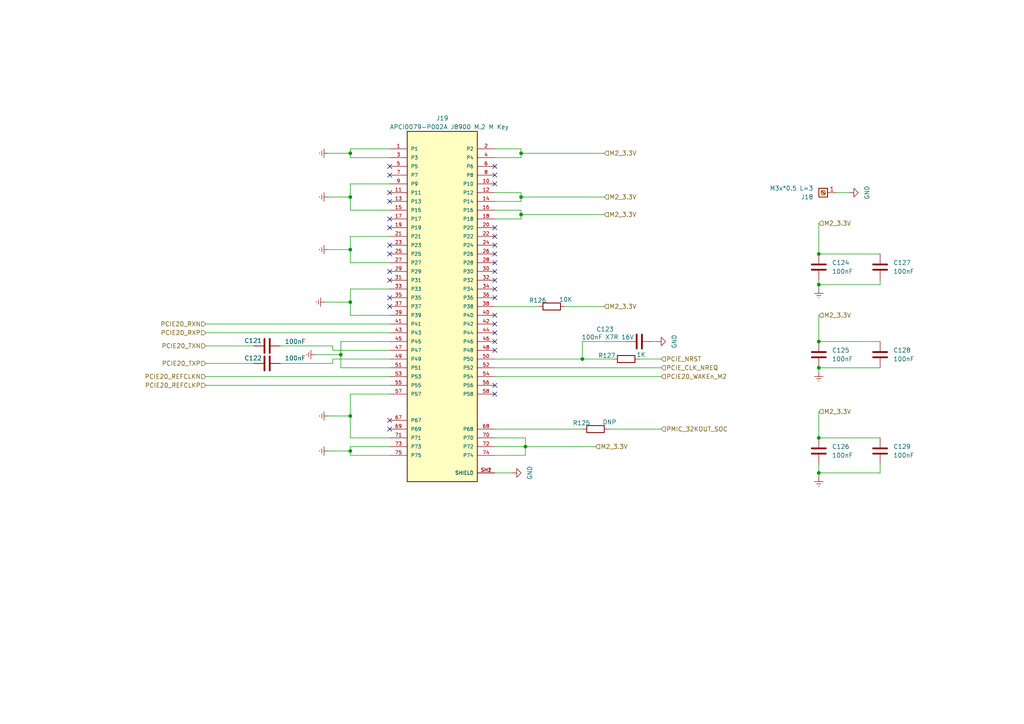
<source format=kicad_sch>
(kicad_sch (version 20231120) (generator "eeschema") (generator_version "8.0")
  (paper "A4")
  (lib_symbols
    (symbol "Device:C" (pin_numbers hide) (pin_names (offset 0.254))
      (property "Reference" "C" (at 0.635 2.54 0))
      (property "Value" "C" (at 0.635 -2.54 0))
      (symbol "C_0_1"
        (polyline (pts (xy -2.032 -0.762) (xy 2.032 -0.762)) (stroke (width 0.508)))
        (polyline (pts (xy -2.032 0.762) (xy 2.032 0.762)) (stroke (width 0.508)))
      )
      (symbol "C_1_1"
        (pin passive line (at 0 3.81 270) (length 2.794) (name "~") (number "1"))
        (pin passive line (at 0 -3.81 90) (length 2.794) (name "~") (number "2"))
      )
    )
    (symbol "Device:R" (pin_numbers hide) (pin_names (offset 0))
      (property "Reference" "R" (at 2.032 0 90))
      (property "Value" "R" (at 0 0 90))
      (symbol "R_0_1"
        (rectangle (start -1.016 -2.54) (end 1.016 2.54) (stroke (width 0.254)))
      )
      (symbol "R_1_1"
        (pin passive line (at 0 3.81 270) (length 1.27) (name "~") (number "1"))
        (pin passive line (at 0 -3.81 90) (length 1.27) (name "~") (number "2"))
      )
    )
    (symbol "M.2TE:1-2199119-5" (pin_names (offset 1.016))
      (property "Reference" "J" (at -10.1938 51.7746 0))
      (property "Value" "1-2199119-5" (at -10.1934 -53.5506 0))
      (symbol "1-2199119-5_0_0"
        (rectangle (start -10.16 -50.8) (end 10.16 50.8) (stroke (width 0.254)) (fill (type background)))
        (pin passive line (at -15.24 45.72 0) (length 5.08) (name "P1") (number "1"))
        (pin passive line (at 15.24 35.56 180) (length 5.08) (name "P10") (number "10"))
        (pin passive line (at -15.24 33.02 0) (length 5.08) (name "P11") (number "11"))
        (pin passive line (at 15.24 33.02 180) (length 5.08) (name "P12") (number "12"))
        (pin passive line (at -15.24 30.48 0) (length 5.08) (name "P13") (number "13"))
        (pin passive line (at 15.24 30.48 180) (length 5.08) (name "P14") (number "14"))
        (pin passive line (at -15.24 27.94 0) (length 5.08) (name "P15") (number "15"))
        (pin passive line (at 15.24 27.94 180) (length 5.08) (name "P16") (number "16"))
        (pin passive line (at -15.24 25.4 0) (length 5.08) (name "P17") (number "17"))
        (pin passive line (at 15.24 25.4 180) (length 5.08) (name "P18") (number "18"))
        (pin passive line (at -15.24 22.86 0) (length 5.08) (name "P19") (number "19"))
        (pin passive line (at 15.24 45.72 180) (length 5.08) (name "P2") (number "2"))
        (pin passive line (at 15.24 22.86 180) (length 5.08) (name "P20") (number "20"))
        (pin passive line (at -15.24 20.32 0) (length 5.08) (name "P21") (number "21"))
        (pin passive line (at 15.24 20.32 180) (length 5.08) (name "P22") (number "22"))
        (pin passive line (at -15.24 17.78 0) (length 5.08) (name "P23") (number "23"))
        (pin passive line (at 15.24 17.78 180) (length 5.08) (name "P24") (number "24"))
        (pin passive line (at -15.24 15.24 0) (length 5.08) (name "P25") (number "25"))
        (pin passive line (at 15.24 15.24 180) (length 5.08) (name "P26") (number "26"))
        (pin passive line (at -15.24 12.7 0) (length 5.08) (name "P27") (number "27"))
        (pin passive line (at 15.24 12.7 180) (length 5.08) (name "P28") (number "28"))
        (pin passive line (at -15.24 10.16 0) (length 5.08) (name "P29") (number "29"))
        (pin passive line (at -15.24 43.18 0) (length 5.08) (name "P3") (number "3"))
        (pin passive line (at 15.24 10.16 180) (length 5.08) (name "P30") (number "30"))
        (pin passive line (at -15.24 7.62 0) (length 5.08) (name "P31") (number "31"))
        (pin passive line (at 15.24 7.62 180) (length 5.08) (name "P32") (number "32"))
        (pin passive line (at -15.24 5.08 0) (length 5.08) (name "P33") (number "33"))
        (pin passive line (at 15.24 5.08 180) (length 5.08) (name "P34") (number "34"))
        (pin passive line (at -15.24 2.54 0) (length 5.08) (name "P35") (number "35"))
        (pin passive line (at 15.24 2.54 180) (length 5.08) (name "P36") (number "36"))
        (pin passive line (at -15.24 0 0) (length 5.08) (name "P37") (number "37"))
        (pin passive line (at 15.24 0 180) (length 5.08) (name "P38") (number "38"))
        (pin passive line (at -15.24 -2.54 0) (length 5.08) (name "P39") (number "39"))
        (pin passive line (at 15.24 43.18 180) (length 5.08) (name "P4") (number "4"))
        (pin passive line (at 15.24 -2.54 180) (length 5.08) (name "P40") (number "40"))
        (pin passive line (at -15.24 -5.08 0) (length 5.08) (name "P41") (number "41"))
        (pin passive line (at 15.24 -5.08 180) (length 5.08) (name "P42") (number "42"))
        (pin passive line (at -15.24 -7.62 0) (length 5.08) (name "P43") (number "43"))
        (pin passive line (at 15.24 -7.62 180) (length 5.08) (name "P44") (number "44"))
        (pin passive line (at -15.24 -10.16 0) (length 5.08) (name "P45") (number "45"))
        (pin passive line (at 15.24 -10.16 180) (length 5.08) (name "P46") (number "46"))
        (pin passive line (at -15.24 -12.7 0) (length 5.08) (name "P47") (number "47"))
        (pin passive line (at 15.24 -12.7 180) (length 5.08) (name "P48") (number "48"))
        (pin passive line (at -15.24 -15.24 0) (length 5.08) (name "P49") (number "49"))
        (pin passive line (at -15.24 40.64 0) (length 5.08) (name "P5") (number "5"))
        (pin passive line (at 15.24 -15.24 180) (length 5.08) (name "P50") (number "50"))
        (pin passive line (at -15.24 -17.78 0) (length 5.08) (name "P51") (number "51"))
        (pin passive line (at 15.24 -17.78 180) (length 5.08) (name "P52") (number "52"))
        (pin passive line (at -15.24 -20.32 0) (length 5.08) (name "P53") (number "53"))
        (pin passive line (at 15.24 -20.32 180) (length 5.08) (name "P54") (number "54"))
        (pin passive line (at -15.24 -22.86 0) (length 5.08) (name "P55") (number "55"))
        (pin passive line (at 15.24 -22.86 180) (length 5.08) (name "P56") (number "56"))
        (pin passive line (at -15.24 -25.4 0) (length 5.08) (name "P57") (number "57"))
        (pin passive line (at 15.24 -25.4 180) (length 5.08) (name "P58") (number "58"))
        (pin passive line (at 15.24 40.64 180) (length 5.08) (name "P6") (number "6"))
        (pin passive line (at -15.24 -33.02 0) (length 5.08) (name "P67") (number "67"))
        (pin passive line (at 15.24 -35.56 180) (length 5.08) (name "P68") (number "68"))
        (pin passive line (at -15.24 -35.56 0) (length 5.08) (name "P69") (number "69"))
        (pin passive line (at -15.24 38.1 0) (length 5.08) (name "P7") (number "7"))
        (pin passive line (at 15.24 -38.1 180) (length 5.08) (name "P70") (number "70"))
        (pin passive line (at -15.24 -38.1 0) (length 5.08) (name "P71") (number "71"))
        (pin passive line (at 15.24 -40.64 180) (length 5.08) (name "P72") (number "72"))
        (pin passive line (at -15.24 -40.64 0) (length 5.08) (name "P73") (number "73"))
        (pin passive line (at 15.24 -43.18 180) (length 5.08) (name "P74") (number "74"))
        (pin passive line (at -15.24 -43.18 0) (length 5.08) (name "P75") (number "75"))
        (pin passive line (at 15.24 38.1 180) (length 5.08) (name "P8") (number "8"))
        (pin passive line (at -15.24 35.56 0) (length 5.08) (name "P9") (number "9"))
        (pin passive line (at 15.24 -48.26 180) (length 5.08) (name "SHIELD") (number "SH1"))
        (pin passive line (at 15.24 -48.26 180) (length 5.08) (name "SHIELD") (number "SH2"))
      )
    )
    (symbol "Screw_Terminal_01x01_1" (pin_names (offset 1.016) hide)
      (property "Reference" "J35" (at 2.8515 1.2701 0))
      (property "Value" "M3x*0.5 L=3" (at 2.8515 -1.2699 0))
      (symbol "Screw_Terminal_01x01_1_1_1"
        (rectangle (start -1.27 1.27) (end 1.27 -1.27) (stroke (width 0.254)) (fill (type background)))
        (polyline (pts (xy -0.5334 0.3302) (xy 0.3302 -0.508)) (stroke (width 0.1524)))
        (polyline (pts (xy -0.3556 0.508) (xy 0.508 -0.3302)) (stroke (width 0.1524)))
        (circle (center 0 0) (radius 0.635) (stroke (width 0.1524)))
        (pin input line (at -3.81 0 0) (length 2.54) (name "1") (number "1"))
      )
    )
    (symbol "power:Earth" (power) (pin_names (offset 0))
      (symbol "Earth_0_1"
        (polyline (pts (xy -0.635 -1.905) (xy 0.635 -1.905)))
        (polyline (pts (xy -0.127 -2.54) (xy 0.127 -2.54)))
        (polyline (pts (xy 0 -1.27) (xy 0 0)))
        (polyline (pts (xy 1.27 -1.27) (xy -1.27 -1.27)))
      )
      (symbol "Earth_1_1"
        (pin power_in line (at 0 0 270) (length 0) hide (name "Earth") (number "1"))
      )
    )
    (symbol "power:GND" (power) (pin_names (offset 0))
      (property "Value" "GND" (at 0 -3.81 0))
      (symbol "GND_0_1"
        (polyline (pts (xy 0 0) (xy 0 -1.27) (xy 1.27 -1.27) (xy 0 -2.54) (xy -1.27 -1.27) (xy 0 -1.27)))
      )
      (symbol "GND_1_1"
        (pin power_in line (at 0 0 270) (length 0) hide (name "GND") (number "1"))
      )
    )
  )
  (junction (at 237.49 106.68))
  (junction (at 151.13 57.15))
  (junction (at 101.6 44.45))
  (junction (at 237.49 137.16))
  (junction (at 168.91 104.14))
  (junction (at 101.6 87.63))
  (junction (at 101.6 72.39))
  (junction (at 237.49 82.55))
  (junction (at 237.49 127))
  (junction (at 152.4 129.54))
  (junction (at 151.13 62.23))
  (junction (at 101.6 130.81))
  (junction (at 151.13 44.45))
  (junction (at 101.6 57.15))
  (junction (at 237.49 99.06))
  (junction (at 98.8555 102.87))
  (junction (at 237.49 73.66))
  (junction (at 101.6 120.65))
  (no_connect (at 113.03 121.92))
  (no_connect (at 113.03 124.46))
  (no_connect (at 143.51 114.3))
  (no_connect (at 143.51 111.76))
  (no_connect (at 143.51 101.6))
  (no_connect (at 113.03 48.26))
  (no_connect (at 113.03 50.8))
  (no_connect (at 113.03 55.88))
  (no_connect (at 113.03 58.42))
  (no_connect (at 113.03 63.5))
  (no_connect (at 113.03 66.04))
  (no_connect (at 113.03 71.12))
  (no_connect (at 113.03 73.66))
  (no_connect (at 113.03 88.9))
  (no_connect (at 143.51 96.52))
  (no_connect (at 143.51 93.98))
  (no_connect (at 143.51 91.44))
  (no_connect (at 143.51 76.2))
  (no_connect (at 113.03 78.74))
  (no_connect (at 113.03 81.28))
  (no_connect (at 113.03 86.36))
  (no_connect (at 143.51 99.06))
  (no_connect (at 143.51 86.36))
  (no_connect (at 143.51 83.82))
  (no_connect (at 143.51 81.28))
  (no_connect (at 143.51 78.74))
  (no_connect (at 143.51 73.66))
  (no_connect (at 143.51 71.12))
  (no_connect (at 143.51 68.58))
  (no_connect (at 143.51 66.04))
  (no_connect (at 143.51 53.34))
  (no_connect (at 143.51 50.8))
  (no_connect (at 143.51 48.26))
  (wire (pts (xy 91.44 102.87) (xy 98.8555 102.87)))
  (wire (pts (xy 151.13 44.45) (xy 151.13 45.72)))
  (wire (pts (xy 59.69 111.76) (xy 113.03 111.76)))
  (wire (pts (xy 96.52 101.6) (xy 113.03 101.6)))
  (wire (pts (xy 191.77 124.46) (xy 176.53 124.46)))
  (wire (pts (xy 113.03 68.58) (xy 101.6 68.58)))
  (wire (pts (xy 152.4 129.54) (xy 172.72 129.54)))
  (wire (pts (xy 101.6 132.08) (xy 113.03 132.08)))
  (wire (pts (xy 101.6 43.18) (xy 101.6 44.45)))
  (wire (pts (xy 151.13 57.15) (xy 175.26 57.15)))
  (wire (pts (xy 95.25 57.15) (xy 101.6 57.15)))
  (wire (pts (xy 81.28 100.33) (xy 96.52 100.33)))
  (wire (pts (xy 237.49 138.43) (xy 237.49 137.16)))
  (wire (pts (xy 152.4 132.08) (xy 152.4 129.54)))
  (wire (pts (xy 143.51 63.5) (xy 151.13 63.5)))
  (wire (pts (xy 81.28 105.41) (xy 96.52 105.41)))
  (wire (pts (xy 143.51 88.9) (xy 156.21 88.9)))
  (wire (pts (xy 237.49 73.66) (xy 255.27 73.66)))
  (wire (pts (xy 163.83 88.9) (xy 175.26 88.9)))
  (wire (pts (xy 152.4 127) (xy 152.4 129.54)))
  (wire (pts (xy 101.6 91.44) (xy 113.03 91.44)))
  (wire (pts (xy 59.69 105.41) (xy 73.66 105.41)))
  (wire (pts (xy 101.6 43.18) (xy 113.03 43.18)))
  (wire (pts (xy 143.51 127) (xy 152.4 127)))
  (wire (pts (xy 101.6 120.65) (xy 101.6 127)))
  (wire (pts (xy 152.4 129.54) (xy 143.51 129.54)))
  (wire (pts (xy 143.51 55.88) (xy 151.13 55.88)))
  (wire (pts (xy 101.6 53.34) (xy 101.6 57.15)))
  (wire (pts (xy 143.51 104.14) (xy 168.91 104.14)))
  (wire (pts (xy 59.69 96.52) (xy 113.03 96.52)))
  (wire (pts (xy 94.2512 87.63) (xy 101.6 87.63)))
  (wire (pts (xy 237.49 119.38) (xy 237.49 127)))
  (wire (pts (xy 95.25 130.81) (xy 101.6 130.81)))
  (wire (pts (xy 191.77 109.22) (xy 143.51 109.22)))
  (wire (pts (xy 101.6 83.82) (xy 113.03 83.82)))
  (wire (pts (xy 191.77 104.14) (xy 185.42 104.14)))
  (wire (pts (xy 151.13 60.96) (xy 151.13 62.23)))
  (wire (pts (xy 95.25 120.65) (xy 101.6 120.65)))
  (wire (pts (xy 237.49 137.16) (xy 237.49 134.62)))
  (wire (pts (xy 101.6 57.15) (xy 101.6 60.96)))
  (wire (pts (xy 96.52 104.14) (xy 113.03 104.14)))
  (wire (pts (xy 101.6 60.96) (xy 113.03 60.96)))
  (wire (pts (xy 101.6 68.58) (xy 101.6 72.39)))
  (wire (pts (xy 237.49 107.95) (xy 237.49 106.68)))
  (wire (pts (xy 237.49 81.28) (xy 237.49 82.55)))
  (wire (pts (xy 101.6 130.81) (xy 101.6 132.08)))
  (wire (pts (xy 237.49 82.55) (xy 237.49 83.82)))
  (wire (pts (xy 151.13 62.23) (xy 175.26 62.23)))
  (wire (pts (xy 113.03 129.54) (xy 101.6 129.54)))
  (wire (pts (xy 191.77 106.68) (xy 143.51 106.68)))
  (wire (pts (xy 237.49 64.77) (xy 237.49 73.66)))
  (wire (pts (xy 101.6 114.3) (xy 101.6 120.65)))
  (wire (pts (xy 168.91 124.46) (xy 143.51 124.46)))
  (wire (pts (xy 101.6 45.72) (xy 113.03 45.72)))
  (wire (pts (xy 143.51 60.96) (xy 151.13 60.96)))
  (wire (pts (xy 237.49 82.55) (xy 255.27 82.55)))
  (wire (pts (xy 113.03 114.3) (xy 101.6 114.3)))
  (wire (pts (xy 143.51 43.18) (xy 151.13 43.18)))
  (wire (pts (xy 237.49 137.16) (xy 255.27 137.16)))
  (wire (pts (xy 151.13 43.18) (xy 151.13 44.45)))
  (wire (pts (xy 98.8555 99.06) (xy 98.8555 102.87)))
  (wire (pts (xy 95.25 72.39) (xy 101.6 72.39)))
  (wire (pts (xy 101.6 44.45) (xy 101.6 45.72)))
  (wire (pts (xy 101.6 87.63) (xy 101.6 91.44)))
  (wire (pts (xy 96.52 100.33) (xy 96.52 101.6)))
  (wire (pts (xy 151.13 45.72) (xy 143.51 45.72)))
  (wire (pts (xy 151.13 55.88) (xy 151.13 57.15)))
  (wire (pts (xy 59.69 109.22) (xy 113.03 109.22)))
  (wire (pts (xy 151.13 57.15) (xy 151.13 58.42)))
  (wire (pts (xy 95.25 44.45) (xy 101.6 44.45)))
  (wire (pts (xy 101.6 127) (xy 113.03 127)))
  (wire (pts (xy 101.6 72.39) (xy 101.6 76.2)))
  (wire (pts (xy 151.13 58.42) (xy 143.51 58.42)))
  (wire (pts (xy 101.6 83.82) (xy 101.6 87.63)))
  (wire (pts (xy 151.13 44.45) (xy 175.26 44.45)))
  (wire (pts (xy 96.52 105.41) (xy 96.52 104.14)))
  (wire (pts (xy 151.13 62.23) (xy 151.13 63.5)))
  (wire (pts (xy 98.8555 106.68) (xy 113.03 106.68)))
  (wire (pts (xy 255.27 134.62) (xy 255.27 137.16)))
  (wire (pts (xy 98.8555 102.87) (xy 98.8555 106.68)))
  (wire (pts (xy 113.03 99.06) (xy 98.8555 99.06)))
  (wire (pts (xy 242.57 55.88) (xy 246.38 55.88)))
  (wire (pts (xy 237.49 99.06) (xy 255.27 99.06)))
  (wire (pts (xy 190.5 99.06) (xy 189.23 99.06)))
  (wire (pts (xy 237.49 127) (xy 255.27 127)))
  (wire (pts (xy 237.49 91.44) (xy 237.49 99.06)))
  (wire (pts (xy 255.27 81.28) (xy 255.27 82.55)))
  (wire (pts (xy 148.59 137.16) (xy 143.51 137.16)))
  (wire (pts (xy 168.91 99.06) (xy 168.91 104.14)))
  (wire (pts (xy 143.51 132.08) (xy 152.4 132.08)))
  (wire (pts (xy 113.03 53.34) (xy 101.6 53.34)))
  (wire (pts (xy 59.69 100.33) (xy 73.66 100.33)))
  (wire (pts (xy 101.6 76.2) (xy 113.03 76.2)))
  (wire (pts (xy 168.91 99.06) (xy 181.61 99.06)))
  (wire (pts (xy 101.6 129.54) (xy 101.6 130.81)))
  (wire (pts (xy 237.49 106.68) (xy 255.27 106.68)))
  (wire (pts (xy 59.69 93.98) (xy 113.03 93.98)))
  (wire (pts (xy 168.91 104.14) (xy 177.8 104.14)))
  (hierarchical_label "M2_3.3V" (shape input) (at 175.26 44.45 0))
  (hierarchical_label "M2_3.3V" (shape input) (at 237.49 64.77 0))
  (hierarchical_label "PCIE20_WAKEn_M2" (shape input) (at 191.77 109.22 0))
  (hierarchical_label "M2_3.3V" (shape input) (at 172.72 129.54 0))
  (hierarchical_label "M2_3.3V" (shape input) (at 175.26 62.23 0))
  (hierarchical_label "PCIE20_REFCLKN" (shape input) (at 59.69 109.22 180))
  (hierarchical_label "M2_3.3V" (shape input) (at 237.49 119.38 0))
  (hierarchical_label "PCIE20_TXN" (shape input) (at 59.69 100.33 180))
  (hierarchical_label "M2_3.3V" (shape input) (at 237.49 91.44 0))
  (hierarchical_label "M2_3.3V" (shape input) (at 175.26 57.15 0))
  (hierarchical_label "PCIE20_RXN" (shape input) (at 59.69 93.98 180))
  (hierarchical_label "PMIC_32KOUT_SOC" (shape input) (at 191.77 124.46 0))
  (hierarchical_label "PCIE_CLK_NREQ" (shape input) (at 191.77 106.68 0))
  (hierarchical_label "PCIE20_REFCLKP" (shape input) (at 59.69 111.76 180))
  (hierarchical_label "PCIE20_RXP" (shape input) (at 59.69 96.52 180))
  (hierarchical_label "M2_3.3V" (shape input) (at 175.26 88.9 0))
  (hierarchical_label "PCIE_NRST" (shape input) (at 191.77 104.14 0))
  (hierarchical_label "PCIE20_TXP" (shape input) (at 59.69 105.41 180))
  (symbol (lib_id "M.2TE:1-2199119-5") (at 128.27 88.9 0) (unit 1)
    (property "Reference" "J19" (at 126.492 34.29 0) (effects (justify left)))
    (property "Value" "APCI0079-P002A J8900 M.2 M Key" (at 113.03 36.83 0) (effects (justify left)))
    (property "Footprint" "Library:APCI0079-P002A J8900 M.2 M Key" (effects (hide yes)))
    (property "Comment" "1-2199119-5" (effects (hide yes)))
    (property "MPN" "NGFF 67P连接器 M.2 SSD插槽 4+5 H3.2" (effects (hide yes)))
  )
  (symbol (lib_id "power:Earth") (at 95.25 130.81 270) (unit 1)
    (property "Reference" "#PWR0162" (effects (hide yes)))
    (property "Value" "Earth" (effects (hide yes)))
    (property "Description" "Power symbol creates a global label with name \"Earth\"" (effects (hide yes)))
  )
  (symbol (lib_id "power:Earth") (at 95.25 57.15 270) (unit 1)
    (property "Reference" "#PWR0159" (effects (hide yes)))
    (property "Value" "Earth" (effects (hide yes)))
    (property "Description" "Power symbol creates a global label with name \"Earth\"" (effects (hide yes)))
  )
  (symbol (lib_id "Device:R") (at 160.02 88.9 270) (unit 1)
    (property "Reference" "R126" (at 155.956 87.122 90))
    (property "Value" "10K" (at 164.084 86.868 90))
    (property "Footprint" "Resistor_SMD:R_0402_1005Metric" (effects (hide yes)))
  )
  (symbol (lib_id "Device:C") (at 185.42 99.06 90) (unit 1)
    (property "Reference" "C123" (at 178.054 95.504 90) (effects (justify left)))
    (property "Value" "100nF X7R 16V" (at 183.896 97.79 90) (effects (justify left)))
    (property "Footprint" "Capacitor_SMD:C_0402_1005Metric" (effects (hide yes)))
    (property "MPN" "CC0402KRX7R7BB104" (effects (hide yes)))
  )
  (symbol (lib_id "power:Earth") (at 91.44 102.87 270) (unit 1)
    (property "Reference" "#PWR0156" (effects (hide yes)))
    (property "Value" "Earth" (effects (hide yes)))
    (property "Description" "Power symbol creates a global label with name \"Earth\"" (effects (hide yes)))
  )
  (symbol (lib_id "Device:C") (at 255.27 130.81 0) (unit 1)
    (property "Reference" "C129" (at 259.08 129.5399 0) (effects (justify left)))
    (property "Value" "100nF" (at 259.08 132.0799 0) (effects (justify left)))
    (property "Footprint" "Capacitor_SMD:C_0603_1608Metric" (effects (hide yes)))
    (property "MPN" "0603B104K500NT" (effects (hide yes)))
  )
  (symbol (lib_id "power:Earth") (at 237.49 138.43 0) (unit 1)
    (property "Reference" "#PWR0167" (effects (hide yes)))
    (property "Value" "Earth" (effects (hide yes)))
    (property "Description" "Power symbol creates a global label with name \"Earth\"" (effects (hide yes)))
  )
  (symbol (lib_id "power:GND") (at 190.5 99.06 90) (unit 1)
    (property "Reference" "#PWR0164" (effects (hide yes)))
    (property "Value" "GND" (at 195.58 99.06 0))
  )
  (symbol (lib_id "power:Earth") (at 95.25 44.45 270) (unit 1)
    (property "Reference" "#PWR0158" (effects (hide yes)))
    (property "Value" "Earth" (effects (hide yes)))
    (property "Description" "Power symbol creates a global label with name \"Earth\"" (effects (hide yes)))
  )
  (symbol (lib_id "power:Earth") (at 94.2512 87.63 270) (unit 1)
    (property "Reference" "#PWR0157" (effects (hide yes)))
    (property "Value" "Earth" (effects (hide yes)))
    (property "Description" "Power symbol creates a global label with name \"Earth\"" (effects (hide yes)))
  )
  (symbol (lib_id "Device:R") (at 172.72 124.46 270) (unit 1)
    (property "Reference" "R125" (at 168.656 122.682 90))
    (property "Value" "DNP" (at 176.784 122.428 90))
    (property "Footprint" "Resistor_SMD:R_0603_1608Metric" (effects (hide yes)))
  )
  (symbol (lib_id "power:Earth") (at 95.25 72.39 270) (unit 1)
    (property "Reference" "#PWR0160" (effects (hide yes)))
    (property "Value" "Earth" (effects (hide yes)))
    (property "Description" "Power symbol creates a global label with name \"Earth\"" (effects (hide yes)))
  )
  (symbol (lib_id "Device:C") (at 255.27 102.87 0) (unit 1)
    (property "Reference" "C128" (at 259.08 101.5999 0) (effects (justify left)))
    (property "Value" "100nF" (at 259.08 104.1399 0) (effects (justify left)))
    (property "Footprint" "Capacitor_SMD:C_0603_1608Metric" (effects (hide yes)))
    (property "MPN" "0603B104K500NT" (effects (hide yes)))
  )
  (symbol (lib_id "power:Earth") (at 237.49 83.82 0) (unit 1)
    (property "Reference" "#PWR0165" (effects (hide yes)))
    (property "Value" "Earth" (effects (hide yes)))
    (property "Description" "Power symbol creates a global label with name \"Earth\"" (effects (hide yes)))
  )
  (symbol (lib_id "power:GND") (at 148.59 137.16 90) (unit 1)
    (property "Reference" "#PWR0163" (effects (hide yes)))
    (property "Value" "GND" (at 153.67 137.16 0))
  )
  (symbol (lib_id "Device:C") (at 77.47 100.33 90) (unit 1)
    (property "Reference" "C121" (at 73.406 98.806 90))
    (property "Value" "100nF " (at 86.106 99.06 90))
    (property "Footprint" "Capacitor_SMD:C_0402_1005Metric" (effects (hide yes)))
    (property "MPN" "CC0402KRX7R7BB104" (effects (hide yes)))
  )
  (symbol (lib_id "Device:C") (at 255.27 77.47 0) (unit 1)
    (property "Reference" "C127" (at 259.08 76.1999 0) (effects (justify left)))
    (property "Value" "100nF" (at 259.08 78.7399 0) (effects (justify left)))
    (property "Footprint" "Capacitor_SMD:C_0603_1608Metric" (effects (hide yes)))
    (property "MPN" "0603B104K500NT" (effects (hide yes)))
  )
  (symbol (lib_id "power:Earth") (at 237.49 107.95 0) (unit 1)
    (property "Reference" "#PWR0166" (effects (hide yes)))
    (property "Value" "Earth" (effects (hide yes)))
    (property "Description" "Power symbol creates a global label with name \"Earth\"" (effects (hide yes)))
  )
  (symbol (lib_id "Device:C") (at 237.49 102.87 0) (unit 1)
    (property "Reference" "C125" (at 241.3 101.5999 0) (effects (justify left)))
    (property "Value" "100nF" (at 241.3 104.1399 0) (effects (justify left)))
    (property "Footprint" "Capacitor_SMD:C_0603_1608Metric" (effects (hide yes)))
    (property "MPN" "0603B104K500NT" (effects (hide yes)))
  )
  (symbol (lib_id "Device:C") (at 237.49 130.81 0) (unit 1)
    (property "Reference" "C126" (at 241.3 129.5399 0) (effects (justify left)))
    (property "Value" "100nF" (at 241.3 132.0799 0) (effects (justify left)))
    (property "Footprint" "Capacitor_SMD:C_0603_1608Metric" (effects (hide yes)))
    (property "MPN" "0603B104K500NT" (effects (hide yes)))
  )
  (symbol (lib_id "Device:R") (at 181.61 104.14 270) (unit 1)
    (property "Reference" "R127" (at 176.022 103.124 90))
    (property "Value" "1K " (at 186.436 102.87 90))
    (property "Footprint" "Resistor_SMD:R_0402_1005Metric" (effects (hide yes)))
    (property "MPN" "0402WGF1001TCE" (effects (hide yes)))
  )
  (symbol (lib_id "Device:C") (at 77.47 105.41 90) (unit 1)
    (property "Reference" "C122" (at 73.406 103.886 90))
    (property "Value" "100nF " (at 86.106 103.886 90))
    (property "Footprint" "Capacitor_SMD:C_0402_1005Metric" (effects (hide yes)))
    (property "MPN" "CC0402KRX7R7BB104" (effects (hide yes)))
  )
  (symbol (lib_name "Screw_Terminal_01x01_1") (lib_id "Connector:Screw_Terminal_01x01") (at 238.76 55.88 180) (unit 1)
    (property "Reference" "J18" (at 235.9085 57.1501 0) (effects (justify left)))
    (property "Value" "M3x*0.5 L=3" (at 235.9085 54.6101 0) (effects (justify left)))
    (property "Footprint" "Footprint Library:Screw Terminal Shinbo" (effects (hide yes)))
    (property "Description" "Board mounting elevator    M3 hole size, 4 pins PCB-64-M3" (effects (hide yes)))
    (property "MPN" "SMTSO-M3-3ET" (effects (hide yes)))
  )
  (symbol (lib_id "power:Earth") (at 95.25 120.65 270) (unit 1)
    (property "Reference" "#PWR0161" (effects (hide yes)))
    (property "Value" "Earth" (effects (hide yes)))
    (property "Description" "Power symbol creates a global label with name \"Earth\"" (effects (hide yes)))
  )
  (symbol (lib_id "power:GND") (at 246.38 55.88 90) (unit 1)
    (property "Reference" "#PWR0155" (effects (hide yes)))
    (property "Value" "GND" (at 251.46 55.88 0))
  )
  (symbol (lib_id "Device:C") (at 237.49 77.47 0) (unit 1)
    (property "Reference" "C124" (at 241.3 76.1999 0) (effects (justify left)))
    (property "Value" "100nF" (at 241.3 78.7399 0) (effects (justify left)))
    (property "Footprint" "Capacitor_SMD:C_0603_1608Metric" (effects (hide yes)))
    (property "MPN" "0603B104K500NT" (effects (hide yes)))
  )
)
</source>
